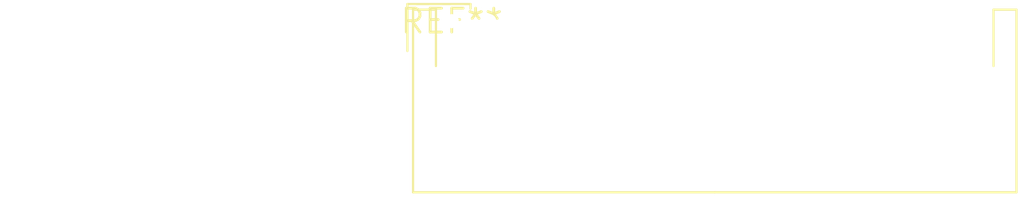
<source format=kicad_pcb>
(kicad_pcb (version 20240108) (generator pcbnew)
  (layers (0 "F.Cu" signal) (31 "B.Cu" signal) (34 "B.Paste" user) (35 "F.Paste" user) (36 "B.SilkS" user "B.Silkscreen") (37 "F.SilkS" user "F.Silkscreen") (38 "B.Mask" user) (39 "F.Mask" user) (44 "Edge.Cuts" user))
  (net 0 "")
  (footprint "JST_PHD_S30B-PHDSS_2x15_P2.00mm_Horizontal" (layer "F.Cu") (at 0 0)
    (property "Reference" "REF**")
    (property "Value" "JST_PHD_S30B-PHDSS_2x15_P2.00mm_Horizontal")
    (fp_line (start -2.36 -0.91) (end -2.36 1.59) (layer "F.SilkS") (stroke (width 0.12)))
    (fp_line (start -2.06 -0.61) (end -2.06 9.11) (layer "F.SilkS") (stroke (width 0.12)))
    (fp_line (start -2.06 9.11) (end 14 9.11) (layer "F.SilkS") (stroke (width 0.12)))
    (fp_line (start -0.84 -0.61) (end -2.06 -0.61) (layer "F.SilkS") (stroke (width 0.12)))
    (fp_line (start -0.84 2.39) (end -0.84 -0.61) (layer "F.SilkS") (stroke (width 0.12)))
    (fp_line (start 1 -0.91) (end -2.36 -0.91) (layer "F.SilkS") (stroke (width 0.12)))
    (fp_line (start 1 -0.66) (end 1 -0.91) (layer "F.SilkS") (stroke (width 0.12)))
    (fp_line (start 28.84 -0.61) (end 30.06 -0.61) (layer "F.SilkS") (stroke (width 0.12)))
    (fp_line (start 28.84 2.39) (end 28.84 -0.61) (layer "F.SilkS") (stroke (width 0.12)))
    (fp_line (start 30.06 -0.61) (end 30.06 9.11) (layer "F.SilkS") (stroke (width 0.12)))
    (fp_line (start 30.06 9.11) (end 14 9.11) (layer "F.SilkS") (stroke (width 0.12)))
    (pad "1" thru_hole roundrect (at 0 0) (size 1.2 1.2) (drill 0.75) (layers *.Cu *.Mask) (remove_unused_layers) (roundrect_rratio 0.208333))
    (pad "2" thru_hole circle (at 0 2) (size 1.2 1.2) (drill 0.75) (layers *.Cu *.Mask) (remove_unused_layers))
    (pad "3" thru_hole circle (at 2 0) (size 1.2 1.2) (drill 0.75) (layers *.Cu *.Mask) (remove_unused_layers))
    (pad "4" thru_hole circle (at 2 2) (size 1.2 1.2) (drill 0.75) (layers *.Cu *.Mask) (remove_unused_layers))
    (pad "5" thru_hole circle (at 4 0) (size 1.2 1.2) (drill 0.75) (layers *.Cu *.Mask) (remove_unused_layers))
    (pad "6" thru_hole circle (at 4 2) (size 1.2 1.2) (drill 0.75) (layers *.Cu *.Mask) (remove_unused_layers))
    (pad "7" thru_hole circle (at 6 0) (size 1.2 1.2) (drill 0.75) (layers *.Cu *.Mask) (remove_unused_layers))
    (pad "8" thru_hole circle (at 6 2) (size 1.2 1.2) (drill 0.75) (layers *.Cu *.Mask) (remove_unused_layers))
    (pad "9" thru_hole circle (at 8 0) (size 1.2 1.2) (drill 0.75) (layers *.Cu *.Mask) (remove_unused_layers))
    (pad "10" thru_hole circle (at 8 2) (size 1.2 1.2) (drill 0.75) (layers *.Cu *.Mask) (remove_unused_layers))
    (pad "11" thru_hole circle (at 10 0) (size 1.2 1.2) (drill 0.75) (layers *.Cu *.Mask) (remove_unused_layers))
    (pad "12" thru_hole circle (at 10 2) (size 1.2 1.2) (drill 0.75) (layers *.Cu *.Mask) (remove_unused_layers))
    (pad "13" thru_hole circle (at 12 0) (size 1.2 1.2) (drill 0.75) (layers *.Cu *.Mask) (remove_unused_layers))
    (pad "14" thru_hole circle (at 12 2) (size 1.2 1.2) (drill 0.75) (layers *.Cu *.Mask) (remove_unused_layers))
    (pad "15" thru_hole circle (at 14 0) (size 1.2 1.2) (drill 0.75) (layers *.Cu *.Mask) (remove_unused_layers))
    (pad "16" thru_hole circle (at 14 2) (size 1.2 1.2) (drill 0.75) (layers *.Cu *.Mask) (remove_unused_layers))
    (pad "17" thru_hole circle (at 16 0) (size 1.2 1.2) (drill 0.75) (layers *.Cu *.Mask) (remove_unused_layers))
    (pad "18" thru_hole circle (at 16 2) (size 1.2 1.2) (drill 0.75) (layers *.Cu *.Mask) (remove_unused_layers))
    (pad "19" thru_hole circle (at 18 0) (size 1.2 1.2) (drill 0.75) (layers *.Cu *.Mask) (remove_unused_layers))
    (pad "20" thru_hole circle (at 18 2) (size 1.2 1.2) (drill 0.75) (layers *.Cu *.Mask) (remove_unused_layers))
    (pad "21" thru_hole circle (at 20 0) (size 1.2 1.2) (drill 0.75) (layers *.Cu *.Mask) (remove_unused_layers))
    (pad "22" thru_hole circle (at 20 2) (size 1.2 1.2) (drill 0.75) (layers *.Cu *.Mask) (remove_unused_layers))
    (pad "23" thru_hole circle (at 22 0) (size 1.2 1.2) (drill 0.75) (layers *.Cu *.Mask) (remove_unused_layers))
    (pad "24" thru_hole circle (at 22 2) (size 1.2 1.2) (drill 0.75) (layers *.Cu *.Mask) (remove_unused_layers))
    (pad "25" thru_hole circle (at 24 0) (size 1.2 1.2) (drill 0.75) (layers *.Cu *.Mask) (remove_unused_layers))
    (pad "26" thru_hole circle (at 24 2) (size 1.2 1.2) (drill 0.75) (layers *.Cu *.Mask) (remove_unused_layers))
    (pad "27" thru_hole circle (at 26 0) (size 1.2 1.2) (drill 0.75) (layers *.Cu *.Mask) (remove_unused_layers))
    (pad "28" thru_hole circle (at 26 2) (size 1.2 1.2) (drill 0.75) (layers *.Cu *.Mask) (remove_unused_layers))
    (pad "29" thru_hole circle (at 28 0) (size 1.2 1.2) (drill 0.75) (layers *.Cu *.Mask) (remove_unused_layers))
    (pad "30" thru_hole circle (at 28 2) (size 1.2 1.2) (drill 0.75) (layers *.Cu *.Mask) (remove_unused_layers))
  )
)
</source>
